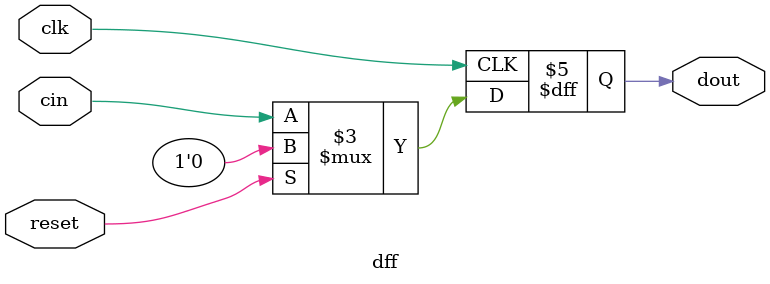
<source format=v>
`timescale 1ns / 1ps
module dff(cin, dout, clk, reset); 
	input cin;
	input clk, reset;

	output reg dout;

	always@(posedge clk)
	begin
		if(reset)
			dout<=1'd0;
		else
			dout<=cin; 
	end

endmodule

</source>
